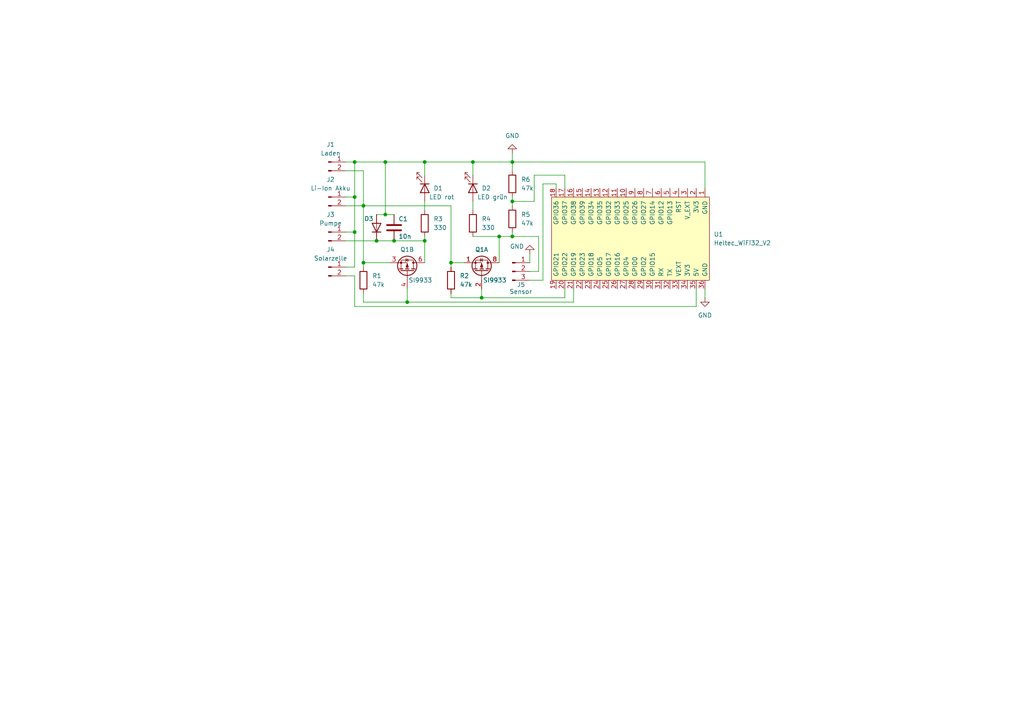
<source format=kicad_sch>
(kicad_sch (version 20211123) (generator eeschema)
  (paper "A4")
  (lib_symbols
    (symbol "Connector:Conn_01x02_Male" (pin_names (offset 1.016) hide)
      (property "Reference" "J" (at 0 2.54 0))
      (property "Value" "Conn_01x02_Male" (at 0 -5.08 0))
      (symbol "Conn_01x02_Male_1_1"
        (polyline (pts (xy 1.27 -2.54) (xy 0.8636 -2.54)) (stroke (width 0.1524)))
        (polyline (pts (xy 1.27 0) (xy 0.8636 0)) (stroke (width 0.1524)))
        (rectangle (start 0.8636 -2.413) (end 0 -2.667) (stroke (width 0.1524)) (fill (type outline)))
        (rectangle (start 0.8636 0.127) (end 0 -0.127) (stroke (width 0.1524)) (fill (type outline)))
        (pin passive line (at 5.08 0 180) (length 3.81) (name "Pin_1") (number "1"))
        (pin passive line (at 5.08 -2.54 180) (length 3.81) (name "Pin_2") (number "2"))
      )
    )
    (symbol "Connector:Conn_01x03_Male" (pin_names (offset 1.016) hide)
      (property "Reference" "J" (at 0 5.08 0))
      (property "Value" "Conn_01x03_Male" (at 0 -5.08 0))
      (symbol "Conn_01x03_Male_1_1"
        (polyline (pts (xy 1.27 -2.54) (xy 0.8636 -2.54)) (stroke (width 0.1524)))
        (polyline (pts (xy 1.27 0) (xy 0.8636 0)) (stroke (width 0.1524)))
        (polyline (pts (xy 1.27 2.54) (xy 0.8636 2.54)) (stroke (width 0.1524)))
        (rectangle (start 0.8636 -2.413) (end 0 -2.667) (stroke (width 0.1524)) (fill (type outline)))
        (rectangle (start 0.8636 0.127) (end 0 -0.127) (stroke (width 0.1524)) (fill (type outline)))
        (rectangle (start 0.8636 2.667) (end 0 2.413) (stroke (width 0.1524)) (fill (type outline)))
        (pin passive line (at 5.08 2.54 180) (length 3.81) (name "Pin_1") (number "1"))
        (pin passive line (at 5.08 0 180) (length 3.81) (name "Pin_2") (number "2"))
        (pin passive line (at 5.08 -2.54 180) (length 3.81) (name "Pin_3") (number "3"))
      )
    )
    (symbol "Device:C" (pin_numbers hide) (pin_names (offset 0.254))
      (property "Reference" "C" (at 0.635 2.54 0))
      (property "Value" "C" (at 0.635 -2.54 0))
      (symbol "C_0_1"
        (polyline (pts (xy -2.032 -0.762) (xy 2.032 -0.762)) (stroke (width 0.508)))
        (polyline (pts (xy -2.032 0.762) (xy 2.032 0.762)) (stroke (width 0.508)))
      )
      (symbol "C_1_1"
        (pin passive line (at 0 3.81 270) (length 2.794) (name "~") (number "1"))
        (pin passive line (at 0 -3.81 90) (length 2.794) (name "~") (number "2"))
      )
    )
    (symbol "Device:D" (pin_numbers hide) (pin_names (offset 1.016) hide)
      (property "Reference" "D" (at 0 2.54 0))
      (property "Value" "D" (at 0 -2.54 0))
      (symbol "D_0_1"
        (polyline (pts (xy -1.27 1.27) (xy -1.27 -1.27)) (stroke (width 0.254)))
        (polyline (pts (xy 1.27 0) (xy -1.27 0)))
        (polyline (pts (xy 1.27 1.27) (xy 1.27 -1.27) (xy -1.27 0) (xy 1.27 1.27)) (stroke (width 0.254)))
      )
      (symbol "D_1_1"
        (pin passive line (at -3.81 0 0) (length 2.54) (name "K") (number "1"))
        (pin passive line (at 3.81 0 180) (length 2.54) (name "A") (number "2"))
      )
    )
    (symbol "Device:LED" (pin_numbers hide) (pin_names (offset 1.016) hide)
      (property "Reference" "D" (at 0 2.54 0))
      (property "Value" "LED" (at 0 -2.54 0))
      (symbol "LED_0_1"
        (polyline (pts (xy -1.27 -1.27) (xy -1.27 1.27)) (stroke (width 0.254)))
        (polyline (pts (xy -1.27 0) (xy 1.27 0)))
        (polyline (pts (xy 1.27 -1.27) (xy 1.27 1.27) (xy -1.27 0) (xy 1.27 -1.27)) (stroke (width 0.254)))
        (polyline (pts (xy -3.048 -0.762) (xy -4.572 -2.286) (xy -3.81 -2.286) (xy -4.572 -2.286) (xy -4.572 -1.524)))
        (polyline (pts (xy -1.778 -0.762) (xy -3.302 -2.286) (xy -2.54 -2.286) (xy -3.302 -2.286) (xy -3.302 -1.524)))
      )
      (symbol "LED_1_1"
        (pin passive line (at -3.81 0 0) (length 2.54) (name "K") (number "1"))
        (pin passive line (at 3.81 0 180) (length 2.54) (name "A") (number "2"))
      )
    )
    (symbol "Device:R" (pin_numbers hide) (pin_names (offset 0))
      (property "Reference" "R" (at 2.032 0 90))
      (property "Value" "R" (at 0 0 90))
      (symbol "R_0_1"
        (rectangle (start -1.016 -2.54) (end 1.016 2.54) (stroke (width 0.254)))
      )
      (symbol "R_1_1"
        (pin passive line (at 0 3.81 270) (length 1.27) (name "~") (number "1"))
        (pin passive line (at 0 -3.81 90) (length 1.27) (name "~") (number "2"))
      )
    )
    (symbol "HeltecWifi32:Heltec_WiFi32_V2" (pin_names (offset 1.016))
      (property "Reference" "U?" (at -3.0606 -20.32 0))
      (property "Value" "Heltec_WiFi32_V2" (at -8.1406 -24.13 0))
      (symbol "Heltec_WiFi32_V2_0_1"
        (rectangle (start -12.7 22.86) (end 11.43 -22.86) (fill (type background)))
      )
      (symbol "Heltec_WiFi32_V2_1_1"
        (pin power_in line (at -15.24 21.59 0) (length 2.54) (name "GND") (number "1"))
        (pin bidirectional line (at -15.24 -1.27 0) (length 2.54) (name "GPIO25") (number "10"))
        (pin bidirectional line (at -15.24 -3.81 0) (length 2.54) (name "GPIO33") (number "11"))
        (pin bidirectional line (at -15.24 -6.35 0) (length 2.54) (name "GPIO32") (number "12"))
        (pin bidirectional line (at -15.24 -8.89 0) (length 2.54) (name "GPIO35") (number "13"))
        (pin bidirectional line (at -15.24 -11.43 0) (length 2.54) (name "GPIO34") (number "14"))
        (pin bidirectional line (at -15.24 -13.97 0) (length 2.54) (name "GPIO39") (number "15"))
        (pin bidirectional line (at -15.24 -16.51 0) (length 2.54) (name "GPIO38") (number "16"))
        (pin bidirectional line (at -15.24 -19.05 0) (length 2.54) (name "GPIO37") (number "17"))
        (pin bidirectional line (at -15.24 -21.59 0) (length 2.54) (name "GPIO36") (number "18"))
        (pin bidirectional line (at 13.97 -21.59 180) (length 2.54) (name "GPIO21") (number "19"))
        (pin power_in line (at -15.24 19.05 0) (length 2.54) (name "3V3") (number "2"))
        (pin bidirectional line (at 13.97 -19.05 180) (length 2.54) (name "GPIO22") (number "20"))
        (pin bidirectional line (at 13.97 -16.51 180) (length 2.54) (name "GPIO19") (number "21"))
        (pin bidirectional line (at 13.97 -13.97 180) (length 2.54) (name "GPIO23") (number "22"))
        (pin bidirectional line (at 13.97 -11.43 180) (length 2.54) (name "GPIO18") (number "23"))
        (pin bidirectional line (at 13.97 -8.89 180) (length 2.54) (name "GPIO5") (number "24"))
        (pin bidirectional line (at 13.97 -6.35 180) (length 2.54) (name "GPIO17") (number "25"))
        (pin bidirectional line (at 13.97 -3.81 180) (length 2.54) (name "GPIO16") (number "26"))
        (pin bidirectional line (at 13.97 -1.27 180) (length 2.54) (name "GPIO4") (number "27"))
        (pin bidirectional line (at 13.97 1.27 180) (length 2.54) (name "GPIO0") (number "28"))
        (pin bidirectional line (at 13.97 3.81 180) (length 2.54) (name "GPIO2") (number "29"))
        (pin power_in line (at -15.24 16.51 0) (length 2.54) (name "V_EXT") (number "3"))
        (pin bidirectional line (at 13.97 6.35 180) (length 2.54) (name "GPIO15") (number "30"))
        (pin bidirectional line (at 13.97 8.89 180) (length 2.54) (name "RX") (number "31"))
        (pin bidirectional line (at 13.97 11.43 180) (length 2.54) (name "TX") (number "32"))
        (pin bidirectional line (at 13.97 13.97 180) (length 2.54) (name "VEXT") (number "33"))
        (pin power_in line (at 13.97 16.51 180) (length 2.54) (name "3V3") (number "34"))
        (pin power_in line (at 13.97 19.05 180) (length 2.54) (name "5V") (number "35"))
        (pin power_in line (at 13.97 21.59 180) (length 2.54) (name "GND") (number "36"))
        (pin power_in line (at -15.24 13.97 0) (length 2.54) (name "RST") (number "4"))
        (pin bidirectional line (at -15.24 11.43 0) (length 2.54) (name "GPIO13") (number "5"))
        (pin bidirectional line (at -15.24 8.89 0) (length 2.54) (name "GPIO12") (number "6"))
        (pin input line (at -15.24 6.35 0) (length 2.54) (name "GPIO14") (number "7"))
        (pin bidirectional line (at -15.24 3.81 0) (length 2.54) (name "GPIO27") (number "8"))
        (pin bidirectional line (at -15.24 1.27 0) (length 2.54) (name "GPIO26") (number "9"))
      )
    )
    (symbol "Transistor_FET:IRF7324" (pin_names hide)
      (property "Reference" "Q" (at 5.08 1.905 0))
      (property "Value" "IRF7324" (at 5.08 0 0))
      (symbol "IRF7324_0_1"
        (polyline (pts (xy 0.254 0) (xy -2.54 0)))
        (polyline (pts (xy 0.254 1.905) (xy 0.254 -1.905)) (stroke (width 0.254)))
        (polyline (pts (xy 0.762 -1.27) (xy 0.762 -2.286)) (stroke (width 0.254)))
        (polyline (pts (xy 0.762 0.508) (xy 0.762 -0.508)) (stroke (width 0.254)))
        (polyline (pts (xy 0.762 2.286) (xy 0.762 1.27)) (stroke (width 0.254)))
        (polyline (pts (xy 2.54 2.54) (xy 2.54 1.778)))
        (polyline (pts (xy 2.54 -2.54) (xy 2.54 0) (xy 0.762 0)))
        (polyline (pts (xy 0.762 1.778) (xy 3.302 1.778) (xy 3.302 -1.778) (xy 0.762 -1.778)))
        (polyline (pts (xy 2.286 0) (xy 1.27 0.381) (xy 1.27 -0.381) (xy 2.286 0)) (fill (type outline)))
        (polyline (pts (xy 2.794 -0.508) (xy 2.921 -0.381) (xy 3.683 -0.381) (xy 3.81 -0.254)))
        (polyline (pts (xy 3.302 -0.381) (xy 2.921 0.254) (xy 3.683 0.254) (xy 3.302 -0.381)))
        (circle (center 1.651 0) (radius 2.794) (stroke (width 0.254)))
        (circle (center 2.54 -1.778) (radius 0.254) (fill (type outline)))
        (circle (center 2.54 1.778) (radius 0.254) (fill (type outline)))
      )
      (symbol "IRF7324_1_1"
        (pin passive line (at 2.54 -5.08 90) (length 2.54) (name "S1") (number "1"))
        (pin input line (at -5.08 0 0) (length 2.54) (name "G1") (number "2"))
        (pin passive line (at 2.54 5.08 270) (length 2.54) hide (name "D1") (number "7"))
        (pin passive line (at 2.54 5.08 270) (length 2.54) (name "D1") (number "8"))
      )
      (symbol "IRF7324_2_1"
        (pin passive line (at 2.54 -5.08 90) (length 2.54) (name "S2") (number "3"))
        (pin input line (at -5.08 0 0) (length 2.54) (name "G2") (number "4"))
        (pin passive line (at 2.54 5.08 270) (length 2.54) hide (name "D2") (number "5"))
        (pin passive line (at 2.54 5.08 270) (length 2.54) (name "D2") (number "6"))
      )
    )
    (symbol "power:GND" (power) (pin_names (offset 0))
      (property "Value" "GND" (at 0 -3.81 0))
      (symbol "GND_0_1"
        (polyline (pts (xy 0 0) (xy 0 -1.27) (xy 1.27 -1.27) (xy 0 -2.54) (xy -1.27 -1.27) (xy 0 -1.27)))
      )
      (symbol "GND_1_1"
        (pin power_in line (at 0 0 270) (length 0) hide (name "GND") (number "1"))
      )
    )
  )
  (junction (at 137.16 46.99))
  (junction (at 102.87 46.99))
  (junction (at 123.19 69.85))
  (junction (at 111.76 62.23))
  (junction (at 148.59 46.99))
  (junction (at 139.7 86.36))
  (junction (at 118.11 87.63))
  (junction (at 111.76 46.99))
  (junction (at 148.59 58.42))
  (junction (at 105.41 76.2))
  (junction (at 148.59 68.58))
  (junction (at 109.22 69.85))
  (junction (at 102.87 67.31))
  (junction (at 102.87 57.15))
  (junction (at 130.81 76.2))
  (junction (at 123.19 46.99))
  (junction (at 114.3 69.85))
  (junction (at 105.41 59.69))
  (junction (at 144.78 68.58))
  (wire (pts (xy 148.59 68.58) (xy 148.59 67.31)))
  (wire (pts (xy 156.21 68.58) (xy 156.21 78.74)))
  (wire (pts (xy 154.94 50.8) (xy 154.94 58.42)))
  (wire (pts (xy 111.76 62.23) (xy 114.3 62.23)))
  (wire (pts (xy 100.33 69.85) (xy 109.22 69.85)))
  (wire (pts (xy 134.62 76.2) (xy 130.81 76.2)))
  (wire (pts (xy 111.76 46.99) (xy 123.19 46.99)))
  (wire (pts (xy 153.67 73.66) (xy 153.67 76.2)))
  (wire (pts (xy 139.7 83.82) (xy 139.7 86.36)))
  (wire (pts (xy 204.47 83.82) (xy 204.47 86.36)))
  (wire (pts (xy 161.29 54.61) (xy 161.29 53.34)))
  (wire (pts (xy 148.59 44.45) (xy 148.59 46.99)))
  (wire (pts (xy 118.11 87.63) (xy 105.41 87.63)))
  (wire (pts (xy 118.11 87.63) (xy 166.37 87.63)))
  (wire (pts (xy 156.21 78.74) (xy 153.67 78.74)))
  (wire (pts (xy 102.87 46.99) (xy 111.76 46.99)))
  (wire (pts (xy 105.41 76.2) (xy 105.41 77.47)))
  (wire (pts (xy 163.83 54.61) (xy 163.83 50.8)))
  (wire (pts (xy 102.87 80.01) (xy 102.87 88.9)))
  (wire (pts (xy 100.33 67.31) (xy 102.87 67.31)))
  (wire (pts (xy 102.87 46.99) (xy 102.87 57.15)))
  (wire (pts (xy 161.29 53.34) (xy 157.48 53.34)))
  (wire (pts (xy 102.87 88.9) (xy 201.93 88.9)))
  (wire (pts (xy 148.59 46.99) (xy 204.47 46.99)))
  (wire (pts (xy 139.7 86.36) (xy 130.81 86.36)))
  (wire (pts (xy 144.78 68.58) (xy 148.59 68.58)))
  (wire (pts (xy 148.59 57.15) (xy 148.59 58.42)))
  (wire (pts (xy 100.33 49.53) (xy 105.41 49.53)))
  (wire (pts (xy 109.22 69.85) (xy 114.3 69.85)))
  (wire (pts (xy 130.81 76.2) (xy 130.81 77.47)))
  (wire (pts (xy 123.19 68.58) (xy 123.19 69.85)))
  (wire (pts (xy 137.16 68.58) (xy 144.78 68.58)))
  (wire (pts (xy 123.19 69.85) (xy 123.19 76.2)))
  (wire (pts (xy 154.94 50.8) (xy 163.83 50.8)))
  (wire (pts (xy 163.83 86.36) (xy 163.83 83.82)))
  (wire (pts (xy 166.37 87.63) (xy 166.37 83.82)))
  (wire (pts (xy 157.48 53.34) (xy 157.48 81.28)))
  (wire (pts (xy 102.87 77.47) (xy 102.87 67.31)))
  (wire (pts (xy 123.19 46.99) (xy 123.19 50.8)))
  (wire (pts (xy 100.33 77.47) (xy 102.87 77.47)))
  (wire (pts (xy 114.3 69.85) (xy 123.19 69.85)))
  (wire (pts (xy 204.47 46.99) (xy 204.47 54.61)))
  (wire (pts (xy 102.87 67.31) (xy 102.87 57.15)))
  (wire (pts (xy 148.59 58.42) (xy 148.59 59.69)))
  (wire (pts (xy 130.81 86.36) (xy 130.81 85.09)))
  (wire (pts (xy 118.11 83.82) (xy 118.11 87.63)))
  (wire (pts (xy 157.48 81.28) (xy 153.67 81.28)))
  (wire (pts (xy 123.19 58.42) (xy 123.19 60.96)))
  (wire (pts (xy 148.59 46.99) (xy 148.59 49.53)))
  (wire (pts (xy 100.33 57.15) (xy 102.87 57.15)))
  (wire (pts (xy 111.76 62.23) (xy 111.76 46.99)))
  (wire (pts (xy 201.93 88.9) (xy 201.93 83.82)))
  (wire (pts (xy 100.33 80.01) (xy 102.87 80.01)))
  (wire (pts (xy 100.33 59.69) (xy 105.41 59.69)))
  (wire (pts (xy 148.59 68.58) (xy 156.21 68.58)))
  (wire (pts (xy 137.16 46.99) (xy 148.59 46.99)))
  (wire (pts (xy 105.41 87.63) (xy 105.41 85.09)))
  (wire (pts (xy 123.19 46.99) (xy 137.16 46.99)))
  (wire (pts (xy 100.33 46.99) (xy 102.87 46.99)))
  (wire (pts (xy 137.16 58.42) (xy 137.16 60.96)))
  (wire (pts (xy 113.03 76.2) (xy 105.41 76.2)))
  (wire (pts (xy 105.41 59.69) (xy 105.41 76.2)))
  (wire (pts (xy 109.22 62.23) (xy 111.76 62.23)))
  (wire (pts (xy 137.16 46.99) (xy 137.16 50.8)))
  (wire (pts (xy 154.94 58.42) (xy 148.59 58.42)))
  (wire (pts (xy 130.81 59.69) (xy 130.81 76.2)))
  (wire (pts (xy 139.7 86.36) (xy 163.83 86.36)))
  (wire (pts (xy 105.41 49.53) (xy 105.41 59.69)))
  (wire (pts (xy 105.41 59.69) (xy 130.81 59.69)))
  (wire (pts (xy 144.78 68.58) (xy 144.78 76.2)))
  (symbol (lib_id "power:GND") (at 204.47 86.36 0) (unit 1)
    (property "Reference" "#PWR0101" (effects hide))
    (property "Value" "GND" (at 204.47 91.44 0))
  )
  (symbol (lib_id "Connector:Conn_01x02_Male") (at 95.25 77.47 0) (unit 1)
    (property "Reference" "J4" (at 95.885 72.39 0))
    (property "Value" "Solarzelle" (at 95.885 74.93 0))
    (property "Footprint" "Connector_PinHeader_2.54mm:PinHeader_1x02_P2.54mm_Vertical" (effects hide))
  )
  (symbol (lib_id "Connector:Conn_01x02_Male") (at 95.25 67.31 0) (unit 1)
    (property "Reference" "J3" (at 95.885 62.23 0))
    (property "Value" "Pumpe" (at 95.885 64.77 0))
    (property "Footprint" "Connector_PinHeader_2.54mm:PinHeader_1x02_P2.54mm_Vertical" (effects hide))
  )
  (symbol (lib_id "Device:R") (at 105.41 81.28 0) (unit 1)
    (property "Reference" "R1" (at 107.95 80.0099 0) (effects (justify left)))
    (property "Value" "47k" (at 107.95 82.5499 0) (effects (justify left)))
    (property "Footprint" "Resistor_THT:R_Axial_DIN0207_L6.3mm_D2.5mm_P10.16mm_Horizontal" (effects hide))
  )
  (symbol (lib_id "Device:R") (at 130.81 81.28 0) (unit 1)
    (property "Reference" "R2" (at 133.35 80.0099 0) (effects (justify left)))
    (property "Value" "47k" (at 133.35 82.5499 0) (effects (justify left)))
    (property "Footprint" "Resistor_THT:R_Axial_DIN0207_L6.3mm_D2.5mm_P10.16mm_Horizontal" (effects hide))
  )
  (symbol (lib_id "Device:R") (at 137.16 64.77 0) (unit 1)
    (property "Reference" "R4" (at 139.7 63.4999 0) (effects (justify left)))
    (property "Value" "330" (at 139.7 66.0399 0) (effects (justify left)))
    (property "Footprint" "Resistor_THT:R_Axial_DIN0207_L6.3mm_D2.5mm_P10.16mm_Horizontal" (effects hide))
  )
  (symbol (lib_id "Device:R") (at 123.19 64.77 0) (unit 1)
    (property "Reference" "R3" (at 125.73 63.4999 0) (effects (justify left)))
    (property "Value" "330" (at 125.73 66.0399 0) (effects (justify left)))
    (property "Footprint" "Resistor_THT:R_Axial_DIN0207_L6.3mm_D2.5mm_P10.16mm_Horizontal" (effects hide))
  )
  (symbol (lib_id "Device:LED") (at 137.16 54.61 270) (unit 1)
    (property "Reference" "D2" (at 139.7 54.61 90) (effects (justify left)))
    (property "Value" "LED grün" (at 138.43 57.15 90) (effects (justify left)))
    (property "Footprint" "LED_THT:LED_D5.0mm" (effects hide))
  )
  (symbol (lib_id "Transistor_FET:IRF7324") (at 139.7 78.74 270) (mirror x) (unit 1)
    (property "Reference" "Q1" (at 139.7 72.39 90))
    (property "Value" "SI9933" (at 143.51 81.28 90))
    (property "Footprint" "Package_SO:SOIC-8_3.9x4.9mm_P1.27mm" (effects hide))
    (property "Datasheet" "http://www.infineon.com/dgdl/irf7324pbf.pdf?fileId=5546d462533600a4015355f5f0861b4b" (effects hide))
  )
  (symbol (lib_id "Connector:Conn_01x03_Male") (at 148.59 78.74 0) (unit 1)
    (property "Reference" "J5" (at 151.13 82.55 0))
    (property "Value" "Sensor" (at 151.0653 84.5786 0))
    (property "Footprint" "Connector_PinHeader_2.54mm:PinHeader_1x03_P2.54mm_Vertical" (effects hide))
  )
  (symbol (lib_id "HeltecWifi32:Heltec_WiFi32_V2") (at 182.88 69.85 270) (unit 1)
    (property "Reference" "U1" (at 207.01 67.9449 90) (effects (justify left)))
    (property "Value" "Heltec_WiFi32_V2" (at 207.01 70.4849 90) (effects (justify left)))
    (property "Footprint" "HeltecLibs:HeltecWifi32" (effects hide))
  )
  (symbol (lib_id "Transistor_FET:IRF7324") (at 118.11 78.74 270) (mirror x) (unit 2)
    (property "Reference" "Q1" (at 118.11 72.39 90))
    (property "Value" "SI9933" (at 121.92 81.28 90))
    (property "Footprint" "Package_SO:SOIC-8_3.9x4.9mm_P1.27mm" (effects hide))
    (property "Datasheet" "http://www.infineon.com/dgdl/irf7324pbf.pdf?fileId=5546d462533600a4015355f5f0861b4b" (effects hide))
  )
  (symbol (lib_id "Device:D") (at 109.22 66.04 90) (unit 1)
    (property "Reference" "D3" (at 105.6323 63.4397 90) (effects (justify right)))
    (property "Value" " " (at 111.76 67.3099 90) (effects (justify right)))
    (property "Footprint" "Diode_THT:D_A-405_P7.62mm_Horizontal" (effects hide))
  )
  (symbol (lib_id "Device:C") (at 114.3 66.04 0) (unit 1)
    (property "Reference" "C1" (at 115.57 63.5 0) (effects (justify left)))
    (property "Value" "10n" (at 115.57 68.58 0) (effects (justify left)))
    (property "Footprint" "Capacitor_THT:C_Disc_D9.0mm_W5.0mm_P7.50mm" (effects hide))
  )
  (symbol (lib_id "Connector:Conn_01x02_Male") (at 95.25 46.99 0) (unit 1)
    (property "Reference" "J1" (at 95.885 41.91 0))
    (property "Value" "Laden" (at 95.885 44.45 0))
    (property "Footprint" "Connector_PinHeader_2.54mm:PinHeader_1x02_P2.54mm_Vertical" (effects hide))
  )
  (symbol (lib_id "power:GND") (at 153.67 73.66 180) (unit 1)
    (property "Reference" "#PWR0102" (effects hide))
    (property "Value" "GND" (at 149.9429 71.4837 0))
  )
  (symbol (lib_id "Device:R") (at 148.59 63.5 0) (unit 1)
    (property "Reference" "R5" (at 151.13 62.2299 0) (effects (justify left)))
    (property "Value" "47k" (at 151.13 64.7699 0) (effects (justify left)))
    (property "Footprint" "Resistor_THT:R_Axial_DIN0207_L6.3mm_D2.5mm_P10.16mm_Horizontal" (effects hide))
  )
  (symbol (lib_id "power:GND") (at 148.59 44.45 180) (unit 1)
    (property "Reference" "#PWR0103" (effects hide))
    (property "Value" "GND" (at 148.59 39.37 0))
  )
  (symbol (lib_id "Device:R") (at 148.59 53.34 0) (unit 1)
    (property "Reference" "R6" (at 151.13 52.0699 0) (effects (justify left)))
    (property "Value" "47k" (at 151.13 54.6099 0) (effects (justify left)))
    (property "Footprint" "Resistor_THT:R_Axial_DIN0207_L6.3mm_D2.5mm_P10.16mm_Horizontal" (effects hide))
  )
  (symbol (lib_id "Device:LED") (at 123.19 54.61 270) (unit 1)
    (property "Reference" "D1" (at 125.73 54.61 90) (effects (justify left)))
    (property "Value" "LED rot" (at 124.46 57.15 90) (effects (justify left)))
    (property "Footprint" "LED_THT:LED_D5.0mm" (effects hide))
  )
  (symbol (lib_id "Connector:Conn_01x02_Male") (at 95.25 57.15 0) (unit 1)
    (property "Reference" "J2" (at 95.885 52.07 0))
    (property "Value" "Li-Ion Akku" (at 95.885 54.61 0))
    (property "Footprint" "Connector_PinHeader_2.54mm:PinHeader_1x02_P2.54mm_Vertical" (effects hide))
  )
)
</source>
